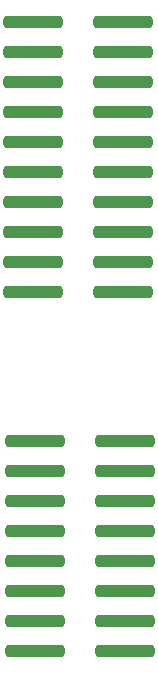
<source format=gbr>
%TF.GenerationSoftware,KiCad,Pcbnew,8.0.1*%
%TF.CreationDate,2024-04-03T13:15:38+02:00*%
%TF.ProjectId,AdapterFlatFlexMYDAQ,41646170-7465-4724-966c-6174466c6578,rev?*%
%TF.SameCoordinates,Original*%
%TF.FileFunction,Paste,Top*%
%TF.FilePolarity,Positive*%
%FSLAX46Y46*%
G04 Gerber Fmt 4.6, Leading zero omitted, Abs format (unit mm)*
G04 Created by KiCad (PCBNEW 8.0.1) date 2024-04-03 13:15:38*
%MOMM*%
%LPD*%
G01*
G04 APERTURE LIST*
G04 Aperture macros list*
%AMRoundRect*
0 Rectangle with rounded corners*
0 $1 Rounding radius*
0 $2 $3 $4 $5 $6 $7 $8 $9 X,Y pos of 4 corners*
0 Add a 4 corners polygon primitive as box body*
4,1,4,$2,$3,$4,$5,$6,$7,$8,$9,$2,$3,0*
0 Add four circle primitives for the rounded corners*
1,1,$1+$1,$2,$3*
1,1,$1+$1,$4,$5*
1,1,$1+$1,$6,$7*
1,1,$1+$1,$8,$9*
0 Add four rect primitives between the rounded corners*
20,1,$1+$1,$2,$3,$4,$5,0*
20,1,$1+$1,$4,$5,$6,$7,0*
20,1,$1+$1,$6,$7,$8,$9,0*
20,1,$1+$1,$8,$9,$2,$3,0*%
G04 Aperture macros list end*
%ADD10RoundRect,0.255000X2.245000X0.255000X-2.245000X0.255000X-2.245000X-0.255000X2.245000X-0.255000X0*%
G04 APERTURE END LIST*
D10*
%TO.C,J1*%
X107350000Y-70080000D03*
X99750000Y-70080000D03*
X107350000Y-67540000D03*
X99750000Y-67540000D03*
X107350000Y-65000000D03*
X99750000Y-65000000D03*
X107350000Y-62460000D03*
X99750000Y-62460000D03*
X107350000Y-59920000D03*
X99750000Y-59920000D03*
X107350000Y-57380000D03*
X99750000Y-57380000D03*
X107350000Y-54840000D03*
X99750000Y-54840000D03*
X107350000Y-52300000D03*
X99750000Y-52300000D03*
X107350000Y-49760000D03*
X99750000Y-49760000D03*
X107350000Y-47220000D03*
X99750000Y-47220000D03*
%TD*%
%TO.C,J2*%
X107500000Y-100500000D03*
X99900000Y-100500000D03*
X107500000Y-97960000D03*
X99900000Y-97960000D03*
X107500000Y-95420000D03*
X99900000Y-95420000D03*
X107500000Y-92880000D03*
X99900000Y-92880000D03*
X107500000Y-90340000D03*
X99900000Y-90340000D03*
X107500000Y-87800000D03*
X99900000Y-87800000D03*
X107500000Y-85260000D03*
X99900000Y-85260000D03*
X107500000Y-82720000D03*
X99900000Y-82720000D03*
%TD*%
M02*

</source>
